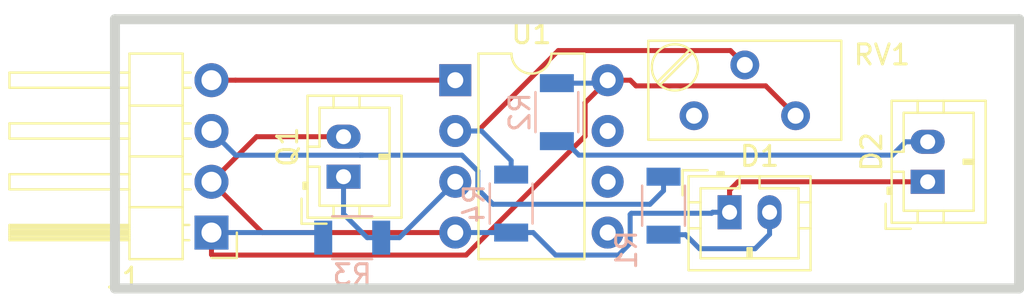
<source format=kicad_pcb>
(kicad_pcb (version 20171130) (host pcbnew "(5.1.5)-3")

  (general
    (thickness 1.6)
    (drawings 4)
    (tracks 69)
    (zones 0)
    (modules 10)
    (nets 10)
  )

  (page A4)
  (layers
    (0 F.Cu signal)
    (31 B.Cu signal)
    (32 B.Adhes user)
    (33 F.Adhes user)
    (34 B.Paste user)
    (35 F.Paste user)
    (36 B.SilkS user)
    (37 F.SilkS user)
    (38 B.Mask user)
    (39 F.Mask user)
    (40 Dwgs.User user)
    (41 Cmts.User user)
    (42 Eco1.User user)
    (43 Eco2.User user)
    (44 Edge.Cuts user)
    (45 Margin user)
    (46 B.CrtYd user)
    (47 F.CrtYd user)
    (48 B.Fab user)
    (49 F.Fab user)
  )

  (setup
    (last_trace_width 0.25)
    (trace_clearance 0.2)
    (zone_clearance 0.508)
    (zone_45_only no)
    (trace_min 0.2)
    (via_size 0.8)
    (via_drill 0.4)
    (via_min_size 0.4)
    (via_min_drill 0.3)
    (uvia_size 0.3)
    (uvia_drill 0.1)
    (uvias_allowed no)
    (uvia_min_size 0.2)
    (uvia_min_drill 0.1)
    (edge_width 0.05)
    (segment_width 0.2)
    (pcb_text_width 0.3)
    (pcb_text_size 1.5 1.5)
    (mod_edge_width 0.12)
    (mod_text_size 1 1)
    (mod_text_width 0.15)
    (pad_size 1.524 1.524)
    (pad_drill 0.762)
    (pad_to_mask_clearance 0.051)
    (solder_mask_min_width 0.25)
    (aux_axis_origin 0 0)
    (visible_elements FFFFFF7F)
    (pcbplotparams
      (layerselection 0x010fc_ffffffff)
      (usegerberextensions false)
      (usegerberattributes false)
      (usegerberadvancedattributes false)
      (creategerberjobfile false)
      (excludeedgelayer true)
      (linewidth 0.100000)
      (plotframeref false)
      (viasonmask false)
      (mode 1)
      (useauxorigin false)
      (hpglpennumber 1)
      (hpglpenspeed 20)
      (hpglpendiameter 15.000000)
      (psnegative false)
      (psa4output false)
      (plotreference true)
      (plotvalue true)
      (plotinvisibletext false)
      (padsonsilk false)
      (subtractmaskfromsilk false)
      (outputformat 1)
      (mirror false)
      (drillshape 1)
      (scaleselection 1)
      (outputdirectory ""))
  )

  (net 0 "")
  (net 1 "Net-(D1-Pad2)")
  (net 2 GND)
  (net 3 "Net-(D2-Pad2)")
  (net 4 "Net-(Q1-Pad1)")
  (net 5 +5P)
  (net 6 +5V)
  (net 7 "Net-(R4-Pad1)")
  (net 8 "Net-(RV1-Pad1)")
  (net 9 /V_out)

  (net_class Default "This is the default net class."
    (clearance 0.2)
    (trace_width 0.25)
    (via_dia 0.8)
    (via_drill 0.4)
    (uvia_dia 0.3)
    (uvia_drill 0.1)
    (add_net +5P)
    (add_net +5V)
    (add_net /V_out)
    (add_net GND)
    (add_net "Net-(D1-Pad2)")
    (add_net "Net-(D2-Pad2)")
    (add_net "Net-(Q1-Pad1)")
    (add_net "Net-(R4-Pad1)")
    (add_net "Net-(RV1-Pad1)")
  )

  (module Connectors_JST:JST_PH_B2B-PH-K_02x2.00mm_Straight (layer F.Cu) (tedit 58D3FE4F) (tstamp 5F9C59A3)
    (at 137.668 75.184)
    (descr "JST PH series connector, B2B-PH-K, top entry type, through hole, Datasheet: http://www.jst-mfg.com/product/pdf/eng/ePH.pdf")
    (tags "connector jst ph")
    (path /5F98AC3D)
    (fp_text reference D1 (at 1.5 -2.8) (layer F.SilkS)
      (effects (font (size 1 1) (thickness 0.15)))
    )
    (fp_text value LED (at 1 3.8) (layer F.Fab)
      (effects (font (size 1 1) (thickness 0.15)))
    )
    (fp_line (start -2.05 -1.8) (end -2.05 2.9) (layer F.SilkS) (width 0.12))
    (fp_line (start -2.05 2.9) (end 4.05 2.9) (layer F.SilkS) (width 0.12))
    (fp_line (start 4.05 2.9) (end 4.05 -1.8) (layer F.SilkS) (width 0.12))
    (fp_line (start 4.05 -1.8) (end -2.05 -1.8) (layer F.SilkS) (width 0.12))
    (fp_line (start 0.5 -1.8) (end 0.5 -1.2) (layer F.SilkS) (width 0.12))
    (fp_line (start 0.5 -1.2) (end -1.45 -1.2) (layer F.SilkS) (width 0.12))
    (fp_line (start -1.45 -1.2) (end -1.45 2.3) (layer F.SilkS) (width 0.12))
    (fp_line (start -1.45 2.3) (end 3.45 2.3) (layer F.SilkS) (width 0.12))
    (fp_line (start 3.45 2.3) (end 3.45 -1.2) (layer F.SilkS) (width 0.12))
    (fp_line (start 3.45 -1.2) (end 1.5 -1.2) (layer F.SilkS) (width 0.12))
    (fp_line (start 1.5 -1.2) (end 1.5 -1.8) (layer F.SilkS) (width 0.12))
    (fp_line (start -2.05 -0.5) (end -1.45 -0.5) (layer F.SilkS) (width 0.12))
    (fp_line (start -2.05 0.8) (end -1.45 0.8) (layer F.SilkS) (width 0.12))
    (fp_line (start 4.05 -0.5) (end 3.45 -0.5) (layer F.SilkS) (width 0.12))
    (fp_line (start 4.05 0.8) (end 3.45 0.8) (layer F.SilkS) (width 0.12))
    (fp_line (start -0.3 -1.8) (end -0.3 -2) (layer F.SilkS) (width 0.12))
    (fp_line (start -0.3 -2) (end -0.6 -2) (layer F.SilkS) (width 0.12))
    (fp_line (start -0.6 -2) (end -0.6 -1.8) (layer F.SilkS) (width 0.12))
    (fp_line (start -0.3 -1.9) (end -0.6 -1.9) (layer F.SilkS) (width 0.12))
    (fp_line (start 0.9 2.3) (end 0.9 1.8) (layer F.SilkS) (width 0.12))
    (fp_line (start 0.9 1.8) (end 1.1 1.8) (layer F.SilkS) (width 0.12))
    (fp_line (start 1.1 1.8) (end 1.1 2.3) (layer F.SilkS) (width 0.12))
    (fp_line (start 1 2.3) (end 1 1.8) (layer F.SilkS) (width 0.12))
    (fp_line (start -1.1 -2.1) (end -2.35 -2.1) (layer F.SilkS) (width 0.12))
    (fp_line (start -2.35 -2.1) (end -2.35 -0.85) (layer F.SilkS) (width 0.12))
    (fp_line (start -1.1 -2.1) (end -2.35 -2.1) (layer F.Fab) (width 0.1))
    (fp_line (start -2.35 -2.1) (end -2.35 -0.85) (layer F.Fab) (width 0.1))
    (fp_line (start -1.95 -1.7) (end -1.95 2.8) (layer F.Fab) (width 0.1))
    (fp_line (start -1.95 2.8) (end 3.95 2.8) (layer F.Fab) (width 0.1))
    (fp_line (start 3.95 2.8) (end 3.95 -1.7) (layer F.Fab) (width 0.1))
    (fp_line (start 3.95 -1.7) (end -1.95 -1.7) (layer F.Fab) (width 0.1))
    (fp_line (start -2.45 -2.2) (end -2.45 3.3) (layer F.CrtYd) (width 0.05))
    (fp_line (start -2.45 3.3) (end 4.45 3.3) (layer F.CrtYd) (width 0.05))
    (fp_line (start 4.45 3.3) (end 4.45 -2.2) (layer F.CrtYd) (width 0.05))
    (fp_line (start 4.45 -2.2) (end -2.45 -2.2) (layer F.CrtYd) (width 0.05))
    (fp_text user %R (at 1 1.5) (layer F.Fab)
      (effects (font (size 1 1) (thickness 0.15)))
    )
    (pad 1 thru_hole rect (at 0 0) (size 1.2 1.7) (drill 0.75) (layers *.Cu *.Mask)
      (net 2 GND))
    (pad 2 thru_hole oval (at 2 0) (size 1.2 1.7) (drill 0.75) (layers *.Cu *.Mask)
      (net 1 "Net-(D1-Pad2)"))
    (model ${KISYS3DMOD}/Connectors_JST.3dshapes/JST_PH_B2B-PH-K_02x2.00mm_Straight.wrl
      (at (xyz 0 0 0))
      (scale (xyz 1 1 1))
      (rotate (xyz 0 0 0))
    )
  )

  (module Connectors_JST:JST_PH_B2B-PH-K_02x2.00mm_Straight (layer F.Cu) (tedit 58D3FE4F) (tstamp 5F9C40AD)
    (at 147.574 73.66 90)
    (descr "JST PH series connector, B2B-PH-K, top entry type, through hole, Datasheet: http://www.jst-mfg.com/product/pdf/eng/ePH.pdf")
    (tags "connector jst ph")
    (path /5F989CCD)
    (fp_text reference D2 (at 1.5 -2.8 90) (layer F.SilkS)
      (effects (font (size 1 1) (thickness 0.15)))
    )
    (fp_text value CQY99 (at 1 3.8 90) (layer F.Fab)
      (effects (font (size 1 1) (thickness 0.15)))
    )
    (fp_line (start -2.05 -1.8) (end -2.05 2.9) (layer F.SilkS) (width 0.12))
    (fp_line (start -2.05 2.9) (end 4.05 2.9) (layer F.SilkS) (width 0.12))
    (fp_line (start 4.05 2.9) (end 4.05 -1.8) (layer F.SilkS) (width 0.12))
    (fp_line (start 4.05 -1.8) (end -2.05 -1.8) (layer F.SilkS) (width 0.12))
    (fp_line (start 0.5 -1.8) (end 0.5 -1.2) (layer F.SilkS) (width 0.12))
    (fp_line (start 0.5 -1.2) (end -1.45 -1.2) (layer F.SilkS) (width 0.12))
    (fp_line (start -1.45 -1.2) (end -1.45 2.3) (layer F.SilkS) (width 0.12))
    (fp_line (start -1.45 2.3) (end 3.45 2.3) (layer F.SilkS) (width 0.12))
    (fp_line (start 3.45 2.3) (end 3.45 -1.2) (layer F.SilkS) (width 0.12))
    (fp_line (start 3.45 -1.2) (end 1.5 -1.2) (layer F.SilkS) (width 0.12))
    (fp_line (start 1.5 -1.2) (end 1.5 -1.8) (layer F.SilkS) (width 0.12))
    (fp_line (start -2.05 -0.5) (end -1.45 -0.5) (layer F.SilkS) (width 0.12))
    (fp_line (start -2.05 0.8) (end -1.45 0.8) (layer F.SilkS) (width 0.12))
    (fp_line (start 4.05 -0.5) (end 3.45 -0.5) (layer F.SilkS) (width 0.12))
    (fp_line (start 4.05 0.8) (end 3.45 0.8) (layer F.SilkS) (width 0.12))
    (fp_line (start -0.3 -1.8) (end -0.3 -2) (layer F.SilkS) (width 0.12))
    (fp_line (start -0.3 -2) (end -0.6 -2) (layer F.SilkS) (width 0.12))
    (fp_line (start -0.6 -2) (end -0.6 -1.8) (layer F.SilkS) (width 0.12))
    (fp_line (start -0.3 -1.9) (end -0.6 -1.9) (layer F.SilkS) (width 0.12))
    (fp_line (start 0.9 2.3) (end 0.9 1.8) (layer F.SilkS) (width 0.12))
    (fp_line (start 0.9 1.8) (end 1.1 1.8) (layer F.SilkS) (width 0.12))
    (fp_line (start 1.1 1.8) (end 1.1 2.3) (layer F.SilkS) (width 0.12))
    (fp_line (start 1 2.3) (end 1 1.8) (layer F.SilkS) (width 0.12))
    (fp_line (start -1.1 -2.1) (end -2.35 -2.1) (layer F.SilkS) (width 0.12))
    (fp_line (start -2.35 -2.1) (end -2.35 -0.85) (layer F.SilkS) (width 0.12))
    (fp_line (start -1.1 -2.1) (end -2.35 -2.1) (layer F.Fab) (width 0.1))
    (fp_line (start -2.35 -2.1) (end -2.35 -0.85) (layer F.Fab) (width 0.1))
    (fp_line (start -1.95 -1.7) (end -1.95 2.8) (layer F.Fab) (width 0.1))
    (fp_line (start -1.95 2.8) (end 3.95 2.8) (layer F.Fab) (width 0.1))
    (fp_line (start 3.95 2.8) (end 3.95 -1.7) (layer F.Fab) (width 0.1))
    (fp_line (start 3.95 -1.7) (end -1.95 -1.7) (layer F.Fab) (width 0.1))
    (fp_line (start -2.45 -2.2) (end -2.45 3.3) (layer F.CrtYd) (width 0.05))
    (fp_line (start -2.45 3.3) (end 4.45 3.3) (layer F.CrtYd) (width 0.05))
    (fp_line (start 4.45 3.3) (end 4.45 -2.2) (layer F.CrtYd) (width 0.05))
    (fp_line (start 4.45 -2.2) (end -2.45 -2.2) (layer F.CrtYd) (width 0.05))
    (fp_text user %R (at 1 1.5 90) (layer F.Fab)
      (effects (font (size 1 1) (thickness 0.15)))
    )
    (pad 1 thru_hole rect (at 0 0 90) (size 1.2 1.7) (drill 0.75) (layers *.Cu *.Mask)
      (net 2 GND))
    (pad 2 thru_hole oval (at 2 0 90) (size 1.2 1.7) (drill 0.75) (layers *.Cu *.Mask)
      (net 3 "Net-(D2-Pad2)"))
    (model ${KISYS3DMOD}/Connectors_JST.3dshapes/JST_PH_B2B-PH-K_02x2.00mm_Straight.wrl
      (at (xyz 0 0 0))
      (scale (xyz 1 1 1))
      (rotate (xyz 0 0 0))
    )
  )

  (module Connectors_JST:JST_PH_B2B-PH-K_02x2.00mm_Straight (layer F.Cu) (tedit 58D3FE4F) (tstamp 5F9C42E8)
    (at 118.364 73.406 90)
    (descr "JST PH series connector, B2B-PH-K, top entry type, through hole, Datasheet: http://www.jst-mfg.com/product/pdf/eng/ePH.pdf")
    (tags "connector jst ph")
    (path /5F989323)
    (fp_text reference Q1 (at 1.5 -2.8 90) (layer F.SilkS)
      (effects (font (size 1 1) (thickness 0.15)))
    )
    (fp_text value BP103BF (at 1 3.8 90) (layer F.Fab)
      (effects (font (size 1 1) (thickness 0.15)))
    )
    (fp_text user %R (at 1 1.5 90) (layer F.Fab)
      (effects (font (size 1 1) (thickness 0.15)))
    )
    (fp_line (start 4.45 -2.2) (end -2.45 -2.2) (layer F.CrtYd) (width 0.05))
    (fp_line (start 4.45 3.3) (end 4.45 -2.2) (layer F.CrtYd) (width 0.05))
    (fp_line (start -2.45 3.3) (end 4.45 3.3) (layer F.CrtYd) (width 0.05))
    (fp_line (start -2.45 -2.2) (end -2.45 3.3) (layer F.CrtYd) (width 0.05))
    (fp_line (start 3.95 -1.7) (end -1.95 -1.7) (layer F.Fab) (width 0.1))
    (fp_line (start 3.95 2.8) (end 3.95 -1.7) (layer F.Fab) (width 0.1))
    (fp_line (start -1.95 2.8) (end 3.95 2.8) (layer F.Fab) (width 0.1))
    (fp_line (start -1.95 -1.7) (end -1.95 2.8) (layer F.Fab) (width 0.1))
    (fp_line (start -2.35 -2.1) (end -2.35 -0.85) (layer F.Fab) (width 0.1))
    (fp_line (start -1.1 -2.1) (end -2.35 -2.1) (layer F.Fab) (width 0.1))
    (fp_line (start -2.35 -2.1) (end -2.35 -0.85) (layer F.SilkS) (width 0.12))
    (fp_line (start -1.1 -2.1) (end -2.35 -2.1) (layer F.SilkS) (width 0.12))
    (fp_line (start 1 2.3) (end 1 1.8) (layer F.SilkS) (width 0.12))
    (fp_line (start 1.1 1.8) (end 1.1 2.3) (layer F.SilkS) (width 0.12))
    (fp_line (start 0.9 1.8) (end 1.1 1.8) (layer F.SilkS) (width 0.12))
    (fp_line (start 0.9 2.3) (end 0.9 1.8) (layer F.SilkS) (width 0.12))
    (fp_line (start -0.3 -1.9) (end -0.6 -1.9) (layer F.SilkS) (width 0.12))
    (fp_line (start -0.6 -2) (end -0.6 -1.8) (layer F.SilkS) (width 0.12))
    (fp_line (start -0.3 -2) (end -0.6 -2) (layer F.SilkS) (width 0.12))
    (fp_line (start -0.3 -1.8) (end -0.3 -2) (layer F.SilkS) (width 0.12))
    (fp_line (start 4.05 0.8) (end 3.45 0.8) (layer F.SilkS) (width 0.12))
    (fp_line (start 4.05 -0.5) (end 3.45 -0.5) (layer F.SilkS) (width 0.12))
    (fp_line (start -2.05 0.8) (end -1.45 0.8) (layer F.SilkS) (width 0.12))
    (fp_line (start -2.05 -0.5) (end -1.45 -0.5) (layer F.SilkS) (width 0.12))
    (fp_line (start 1.5 -1.2) (end 1.5 -1.8) (layer F.SilkS) (width 0.12))
    (fp_line (start 3.45 -1.2) (end 1.5 -1.2) (layer F.SilkS) (width 0.12))
    (fp_line (start 3.45 2.3) (end 3.45 -1.2) (layer F.SilkS) (width 0.12))
    (fp_line (start -1.45 2.3) (end 3.45 2.3) (layer F.SilkS) (width 0.12))
    (fp_line (start -1.45 -1.2) (end -1.45 2.3) (layer F.SilkS) (width 0.12))
    (fp_line (start 0.5 -1.2) (end -1.45 -1.2) (layer F.SilkS) (width 0.12))
    (fp_line (start 0.5 -1.8) (end 0.5 -1.2) (layer F.SilkS) (width 0.12))
    (fp_line (start 4.05 -1.8) (end -2.05 -1.8) (layer F.SilkS) (width 0.12))
    (fp_line (start 4.05 2.9) (end 4.05 -1.8) (layer F.SilkS) (width 0.12))
    (fp_line (start -2.05 2.9) (end 4.05 2.9) (layer F.SilkS) (width 0.12))
    (fp_line (start -2.05 -1.8) (end -2.05 2.9) (layer F.SilkS) (width 0.12))
    (pad 2 thru_hole oval (at 2 0 90) (size 1.2 1.7) (drill 0.75) (layers *.Cu *.Mask)
      (net 2 GND))
    (pad 1 thru_hole rect (at 0 0 90) (size 1.2 1.7) (drill 0.75) (layers *.Cu *.Mask)
      (net 4 "Net-(Q1-Pad1)"))
    (model ${KISYS3DMOD}/Connectors_JST.3dshapes/JST_PH_B2B-PH-K_02x2.00mm_Straight.wrl
      (at (xyz 0 0 0))
      (scale (xyz 1 1 1))
      (rotate (xyz 0 0 0))
    )
  )

  (module Resistors_SMD:R_1206 (layer B.Cu) (tedit 58E0A804) (tstamp 5F9C5358)
    (at 134.366 74.856 270)
    (descr "Resistor SMD 1206, reflow soldering, Vishay (see dcrcw.pdf)")
    (tags "resistor 1206")
    (path /5F98A8A8)
    (attr smd)
    (fp_text reference R1 (at 2.212 1.85 90) (layer B.SilkS)
      (effects (font (size 1 1) (thickness 0.15)) (justify mirror))
    )
    (fp_text value R (at 0 -1.95 90) (layer B.Fab)
      (effects (font (size 1 1) (thickness 0.15)) (justify mirror))
    )
    (fp_text user %R (at 0 0) (layer B.Fab)
      (effects (font (size 0.7 0.7) (thickness 0.105)) (justify mirror))
    )
    (fp_line (start -1.6 -0.8) (end -1.6 0.8) (layer B.Fab) (width 0.1))
    (fp_line (start 1.6 -0.8) (end -1.6 -0.8) (layer B.Fab) (width 0.1))
    (fp_line (start 1.6 0.8) (end 1.6 -0.8) (layer B.Fab) (width 0.1))
    (fp_line (start -1.6 0.8) (end 1.6 0.8) (layer B.Fab) (width 0.1))
    (fp_line (start 1 -1.07) (end -1 -1.07) (layer B.SilkS) (width 0.12))
    (fp_line (start -1 1.07) (end 1 1.07) (layer B.SilkS) (width 0.12))
    (fp_line (start -2.15 1.11) (end 2.15 1.11) (layer B.CrtYd) (width 0.05))
    (fp_line (start -2.15 1.11) (end -2.15 -1.1) (layer B.CrtYd) (width 0.05))
    (fp_line (start 2.15 -1.1) (end 2.15 1.11) (layer B.CrtYd) (width 0.05))
    (fp_line (start 2.15 -1.1) (end -2.15 -1.1) (layer B.CrtYd) (width 0.05))
    (pad 1 smd rect (at -1.45 0 270) (size 0.9 1.7) (layers B.Cu B.Paste B.Mask)
      (net 5 +5P))
    (pad 2 smd rect (at 1.45 0 270) (size 0.9 1.7) (layers B.Cu B.Paste B.Mask)
      (net 1 "Net-(D1-Pad2)"))
    (model ${KISYS3DMOD}/Resistors_SMD.3dshapes/R_1206.wrl
      (at (xyz 0 0 0))
      (scale (xyz 1 1 1))
      (rotate (xyz 0 0 0))
    )
  )

  (module Resistors_SMD:R_1206 (layer B.Cu) (tedit 58E0A804) (tstamp 5F9C51FF)
    (at 129.032 70.178 270)
    (descr "Resistor SMD 1206, reflow soldering, Vishay (see dcrcw.pdf)")
    (tags "resistor 1206")
    (path /5F9899CC)
    (attr smd)
    (fp_text reference R2 (at 0 1.85 270) (layer B.SilkS)
      (effects (font (size 1 1) (thickness 0.15)) (justify mirror))
    )
    (fp_text value R (at 0 -1.95 270) (layer B.Fab)
      (effects (font (size 1 1) (thickness 0.15)) (justify mirror))
    )
    (fp_line (start 2.15 -1.1) (end -2.15 -1.1) (layer B.CrtYd) (width 0.05))
    (fp_line (start 2.15 -1.1) (end 2.15 1.11) (layer B.CrtYd) (width 0.05))
    (fp_line (start -2.15 1.11) (end -2.15 -1.1) (layer B.CrtYd) (width 0.05))
    (fp_line (start -2.15 1.11) (end 2.15 1.11) (layer B.CrtYd) (width 0.05))
    (fp_line (start -1 1.07) (end 1 1.07) (layer B.SilkS) (width 0.12))
    (fp_line (start 1 -1.07) (end -1 -1.07) (layer B.SilkS) (width 0.12))
    (fp_line (start -1.6 0.8) (end 1.6 0.8) (layer B.Fab) (width 0.1))
    (fp_line (start 1.6 0.8) (end 1.6 -0.8) (layer B.Fab) (width 0.1))
    (fp_line (start 1.6 -0.8) (end -1.6 -0.8) (layer B.Fab) (width 0.1))
    (fp_line (start -1.6 -0.8) (end -1.6 0.8) (layer B.Fab) (width 0.1))
    (fp_text user %R (at 0 0 270) (layer B.Fab)
      (effects (font (size 0.7 0.7) (thickness 0.105)) (justify mirror))
    )
    (pad 2 smd rect (at 1.45 0 270) (size 0.9 1.7) (layers B.Cu B.Paste B.Mask)
      (net 3 "Net-(D2-Pad2)"))
    (pad 1 smd rect (at -1.45 0 270) (size 0.9 1.7) (layers B.Cu B.Paste B.Mask)
      (net 6 +5V))
    (model ${KISYS3DMOD}/Resistors_SMD.3dshapes/R_1206.wrl
      (at (xyz 0 0 0))
      (scale (xyz 1 1 1))
      (rotate (xyz 0 0 0))
    )
  )

  (module Resistors_SMD:R_1206 (layer B.Cu) (tedit 58E0A804) (tstamp 5F9C5DFB)
    (at 118.798 76.454)
    (descr "Resistor SMD 1206, reflow soldering, Vishay (see dcrcw.pdf)")
    (tags "resistor 1206")
    (path /5F988D9D)
    (attr smd)
    (fp_text reference R3 (at 0 1.85 180) (layer B.SilkS)
      (effects (font (size 1 1) (thickness 0.15)) (justify mirror))
    )
    (fp_text value R (at 0 -1.95 180) (layer B.Fab)
      (effects (font (size 1 1) (thickness 0.15)) (justify mirror))
    )
    (fp_text user %R (at 0 0 180) (layer B.Fab)
      (effects (font (size 0.7 0.7) (thickness 0.105)) (justify mirror))
    )
    (fp_line (start -1.6 -0.8) (end -1.6 0.8) (layer B.Fab) (width 0.1))
    (fp_line (start 1.6 -0.8) (end -1.6 -0.8) (layer B.Fab) (width 0.1))
    (fp_line (start 1.6 0.8) (end 1.6 -0.8) (layer B.Fab) (width 0.1))
    (fp_line (start -1.6 0.8) (end 1.6 0.8) (layer B.Fab) (width 0.1))
    (fp_line (start 1 -1.07) (end -1 -1.07) (layer B.SilkS) (width 0.12))
    (fp_line (start -1 1.07) (end 1 1.07) (layer B.SilkS) (width 0.12))
    (fp_line (start -2.15 1.11) (end 2.15 1.11) (layer B.CrtYd) (width 0.05))
    (fp_line (start -2.15 1.11) (end -2.15 -1.1) (layer B.CrtYd) (width 0.05))
    (fp_line (start 2.15 -1.1) (end 2.15 1.11) (layer B.CrtYd) (width 0.05))
    (fp_line (start 2.15 -1.1) (end -2.15 -1.1) (layer B.CrtYd) (width 0.05))
    (pad 1 smd rect (at -1.45 0) (size 0.9 1.7) (layers B.Cu B.Paste B.Mask)
      (net 6 +5V))
    (pad 2 smd rect (at 1.45 0) (size 0.9 1.7) (layers B.Cu B.Paste B.Mask)
      (net 4 "Net-(Q1-Pad1)"))
    (model ${KISYS3DMOD}/Resistors_SMD.3dshapes/R_1206.wrl
      (at (xyz 0 0 0))
      (scale (xyz 1 1 1))
      (rotate (xyz 0 0 0))
    )
  )

  (module Resistors_SMD:R_1206 (layer B.Cu) (tedit 58E0A804) (tstamp 5F9C4ACD)
    (at 126.746 74.75 270)
    (descr "Resistor SMD 1206, reflow soldering, Vishay (see dcrcw.pdf)")
    (tags "resistor 1206")
    (path /5F988A39)
    (attr smd)
    (fp_text reference R4 (at 0 1.85 270) (layer B.SilkS)
      (effects (font (size 1 1) (thickness 0.15)) (justify mirror))
    )
    (fp_text value R (at 0 -1.95 270) (layer B.Fab)
      (effects (font (size 1 1) (thickness 0.15)) (justify mirror))
    )
    (fp_line (start 2.15 -1.1) (end -2.15 -1.1) (layer B.CrtYd) (width 0.05))
    (fp_line (start 2.15 -1.1) (end 2.15 1.11) (layer B.CrtYd) (width 0.05))
    (fp_line (start -2.15 1.11) (end -2.15 -1.1) (layer B.CrtYd) (width 0.05))
    (fp_line (start -2.15 1.11) (end 2.15 1.11) (layer B.CrtYd) (width 0.05))
    (fp_line (start -1 1.07) (end 1 1.07) (layer B.SilkS) (width 0.12))
    (fp_line (start 1 -1.07) (end -1 -1.07) (layer B.SilkS) (width 0.12))
    (fp_line (start -1.6 0.8) (end 1.6 0.8) (layer B.Fab) (width 0.1))
    (fp_line (start 1.6 0.8) (end 1.6 -0.8) (layer B.Fab) (width 0.1))
    (fp_line (start 1.6 -0.8) (end -1.6 -0.8) (layer B.Fab) (width 0.1))
    (fp_line (start -1.6 -0.8) (end -1.6 0.8) (layer B.Fab) (width 0.1))
    (fp_text user %R (at 0 0 270) (layer B.Fab)
      (effects (font (size 0.7 0.7) (thickness 0.105)) (justify mirror))
    )
    (pad 2 smd rect (at 1.45 0 270) (size 0.9 1.7) (layers B.Cu B.Paste B.Mask)
      (net 2 GND))
    (pad 1 smd rect (at -1.45 0 270) (size 0.9 1.7) (layers B.Cu B.Paste B.Mask)
      (net 7 "Net-(R4-Pad1)"))
    (model ${KISYS3DMOD}/Resistors_SMD.3dshapes/R_1206.wrl
      (at (xyz 0 0 0))
      (scale (xyz 1 1 1))
      (rotate (xyz 0 0 0))
    )
  )

  (module Potentiometers:Potentiometer_Trimmer_Bourns_3296Y (layer F.Cu) (tedit 58826EFB) (tstamp 5F9C32B3)
    (at 135.89 70.358 180)
    (descr "Spindle Trimmer Potentiometer, Bourns 3296Y, https://www.bourns.com/pdfs/3296.pdf")
    (tags "Spindle Trimmer Potentiometer   Bourns 3296Y")
    (path /5F9886A7)
    (fp_text reference RV1 (at -9.398 3.048) (layer F.SilkS)
      (effects (font (size 1 1) (thickness 0.15)))
    )
    (fp_text value R_POT (at -2.54 4.94) (layer F.Fab)
      (effects (font (size 1 1) (thickness 0.15)))
    )
    (fp_line (start 2.5 -1.4) (end -7.6 -1.4) (layer F.CrtYd) (width 0.05))
    (fp_line (start 2.5 3.95) (end 2.5 -1.4) (layer F.CrtYd) (width 0.05))
    (fp_line (start -7.6 3.95) (end 2.5 3.95) (layer F.CrtYd) (width 0.05))
    (fp_line (start -7.6 -1.4) (end -7.6 3.95) (layer F.CrtYd) (width 0.05))
    (fp_line (start 1.691 1.545) (end 0.079 3.155) (layer F.SilkS) (width 0.12))
    (fp_line (start 1.831 1.686) (end 0.22 3.296) (layer F.SilkS) (width 0.12))
    (fp_line (start 2.285 -1.2) (end 2.285 3.751) (layer F.SilkS) (width 0.12))
    (fp_line (start -7.365 -1.2) (end -7.365 3.751) (layer F.SilkS) (width 0.12))
    (fp_line (start -7.365 3.751) (end 2.285 3.751) (layer F.SilkS) (width 0.12))
    (fp_line (start -7.365 -1.2) (end 2.285 -1.2) (layer F.SilkS) (width 0.12))
    (fp_line (start 1.652 1.59) (end 0.125 3.117) (layer F.Fab) (width 0.1))
    (fp_line (start 1.786 1.724) (end 0.259 3.251) (layer F.Fab) (width 0.1))
    (fp_line (start 2.225 -1.14) (end -7.305 -1.14) (layer F.Fab) (width 0.1))
    (fp_line (start 2.225 3.69) (end 2.225 -1.14) (layer F.Fab) (width 0.1))
    (fp_line (start -7.305 3.69) (end 2.225 3.69) (layer F.Fab) (width 0.1))
    (fp_line (start -7.305 -1.14) (end -7.305 3.69) (layer F.Fab) (width 0.1))
    (fp_circle (center 0.955 2.42) (end 2.11 2.42) (layer F.SilkS) (width 0.12))
    (fp_circle (center 0.955 2.42) (end 2.05 2.42) (layer F.Fab) (width 0.1))
    (pad 3 thru_hole circle (at -5.08 0 180) (size 1.44 1.44) (drill 0.8) (layers *.Cu *.Mask)
      (net 6 +5V))
    (pad 2 thru_hole circle (at -2.54 2.54 180) (size 1.44 1.44) (drill 0.8) (layers *.Cu *.Mask)
      (net 7 "Net-(R4-Pad1)"))
    (pad 1 thru_hole circle (at 0 0 180) (size 1.44 1.44) (drill 0.8) (layers *.Cu *.Mask)
      (net 8 "Net-(RV1-Pad1)"))
    (model Potentiometers.3dshapes/Potentiometer_Trimmer_Bourns_3296Y.wrl
      (at (xyz 0 0 0))
      (scale (xyz 1 1 1))
      (rotate (xyz 0 0 -90))
    )
  )

  (module Housings_DIP:DIP-8_W7.62mm (layer F.Cu) (tedit 59C78D6B) (tstamp 5F9C5C15)
    (at 123.952 68.58)
    (descr "8-lead though-hole mounted DIP package, row spacing 7.62 mm (300 mils)")
    (tags "THT DIP DIL PDIP 2.54mm 7.62mm 300mil")
    (path /5F987A42)
    (fp_text reference U1 (at 3.81 -2.33) (layer F.SilkS)
      (effects (font (size 1 1) (thickness 0.15)))
    )
    (fp_text value LM2904 (at 3.81 9.95) (layer F.Fab)
      (effects (font (size 1 1) (thickness 0.15)))
    )
    (fp_text user %R (at 3.81 3.81) (layer F.Fab)
      (effects (font (size 1 1) (thickness 0.15)))
    )
    (fp_line (start 8.7 -1.55) (end -1.1 -1.55) (layer F.CrtYd) (width 0.05))
    (fp_line (start 8.7 9.15) (end 8.7 -1.55) (layer F.CrtYd) (width 0.05))
    (fp_line (start -1.1 9.15) (end 8.7 9.15) (layer F.CrtYd) (width 0.05))
    (fp_line (start -1.1 -1.55) (end -1.1 9.15) (layer F.CrtYd) (width 0.05))
    (fp_line (start 6.46 -1.33) (end 4.81 -1.33) (layer F.SilkS) (width 0.12))
    (fp_line (start 6.46 8.95) (end 6.46 -1.33) (layer F.SilkS) (width 0.12))
    (fp_line (start 1.16 8.95) (end 6.46 8.95) (layer F.SilkS) (width 0.12))
    (fp_line (start 1.16 -1.33) (end 1.16 8.95) (layer F.SilkS) (width 0.12))
    (fp_line (start 2.81 -1.33) (end 1.16 -1.33) (layer F.SilkS) (width 0.12))
    (fp_line (start 0.635 -0.27) (end 1.635 -1.27) (layer F.Fab) (width 0.1))
    (fp_line (start 0.635 8.89) (end 0.635 -0.27) (layer F.Fab) (width 0.1))
    (fp_line (start 6.985 8.89) (end 0.635 8.89) (layer F.Fab) (width 0.1))
    (fp_line (start 6.985 -1.27) (end 6.985 8.89) (layer F.Fab) (width 0.1))
    (fp_line (start 1.635 -1.27) (end 6.985 -1.27) (layer F.Fab) (width 0.1))
    (fp_arc (start 3.81 -1.33) (end 2.81 -1.33) (angle -180) (layer F.SilkS) (width 0.12))
    (pad 8 thru_hole oval (at 7.62 0) (size 1.6 1.6) (drill 0.8) (layers *.Cu *.Mask)
      (net 6 +5V))
    (pad 4 thru_hole oval (at 0 7.62) (size 1.6 1.6) (drill 0.8) (layers *.Cu *.Mask)
      (net 2 GND))
    (pad 7 thru_hole oval (at 7.62 2.54) (size 1.6 1.6) (drill 0.8) (layers *.Cu *.Mask))
    (pad 3 thru_hole oval (at 0 5.08) (size 1.6 1.6) (drill 0.8) (layers *.Cu *.Mask)
      (net 4 "Net-(Q1-Pad1)"))
    (pad 6 thru_hole oval (at 7.62 5.08) (size 1.6 1.6) (drill 0.8) (layers *.Cu *.Mask))
    (pad 2 thru_hole oval (at 0 2.54) (size 1.6 1.6) (drill 0.8) (layers *.Cu *.Mask)
      (net 7 "Net-(R4-Pad1)"))
    (pad 5 thru_hole oval (at 7.62 7.62) (size 1.6 1.6) (drill 0.8) (layers *.Cu *.Mask))
    (pad 1 thru_hole rect (at 0 0) (size 1.6 1.6) (drill 0.8) (layers *.Cu *.Mask)
      (net 9 /V_out))
    (model ${KISYS3DMOD}/Housings_DIP.3dshapes/DIP-8_W7.62mm.wrl
      (at (xyz 0 0 0))
      (scale (xyz 1 1 1))
      (rotate (xyz 0 0 0))
    )
  )

  (module Pin_Headers:Pin_Header_Angled_1x04_Pitch2.54mm (layer F.Cu) (tedit 59650532) (tstamp 5F9C3C90)
    (at 111.76 76.2 180)
    (descr "Through hole angled pin header, 1x04, 2.54mm pitch, 6mm pin length, single row")
    (tags "Through hole angled pin header THT 1x04 2.54mm single row")
    (path /5F999A17)
    (fp_text reference J1 (at 4.385 -2.27) (layer F.SilkS)
      (effects (font (size 1 1) (thickness 0.15)))
    )
    (fp_text value Conn_01x04 (at 4.385 9.89) (layer F.Fab)
      (effects (font (size 1 1) (thickness 0.15)))
    )
    (fp_text user %R (at 2.77 3.81 90) (layer F.Fab)
      (effects (font (size 1 1) (thickness 0.15)))
    )
    (fp_line (start 10.55 -1.8) (end -1.8 -1.8) (layer F.CrtYd) (width 0.05))
    (fp_line (start 10.55 9.4) (end 10.55 -1.8) (layer F.CrtYd) (width 0.05))
    (fp_line (start -1.8 9.4) (end 10.55 9.4) (layer F.CrtYd) (width 0.05))
    (fp_line (start -1.8 -1.8) (end -1.8 9.4) (layer F.CrtYd) (width 0.05))
    (fp_line (start -1.27 -1.27) (end 0 -1.27) (layer F.SilkS) (width 0.12))
    (fp_line (start -1.27 0) (end -1.27 -1.27) (layer F.SilkS) (width 0.12))
    (fp_line (start 1.042929 8) (end 1.44 8) (layer F.SilkS) (width 0.12))
    (fp_line (start 1.042929 7.24) (end 1.44 7.24) (layer F.SilkS) (width 0.12))
    (fp_line (start 10.1 8) (end 4.1 8) (layer F.SilkS) (width 0.12))
    (fp_line (start 10.1 7.24) (end 10.1 8) (layer F.SilkS) (width 0.12))
    (fp_line (start 4.1 7.24) (end 10.1 7.24) (layer F.SilkS) (width 0.12))
    (fp_line (start 1.44 6.35) (end 4.1 6.35) (layer F.SilkS) (width 0.12))
    (fp_line (start 1.042929 5.46) (end 1.44 5.46) (layer F.SilkS) (width 0.12))
    (fp_line (start 1.042929 4.7) (end 1.44 4.7) (layer F.SilkS) (width 0.12))
    (fp_line (start 10.1 5.46) (end 4.1 5.46) (layer F.SilkS) (width 0.12))
    (fp_line (start 10.1 4.7) (end 10.1 5.46) (layer F.SilkS) (width 0.12))
    (fp_line (start 4.1 4.7) (end 10.1 4.7) (layer F.SilkS) (width 0.12))
    (fp_line (start 1.44 3.81) (end 4.1 3.81) (layer F.SilkS) (width 0.12))
    (fp_line (start 1.042929 2.92) (end 1.44 2.92) (layer F.SilkS) (width 0.12))
    (fp_line (start 1.042929 2.16) (end 1.44 2.16) (layer F.SilkS) (width 0.12))
    (fp_line (start 10.1 2.92) (end 4.1 2.92) (layer F.SilkS) (width 0.12))
    (fp_line (start 10.1 2.16) (end 10.1 2.92) (layer F.SilkS) (width 0.12))
    (fp_line (start 4.1 2.16) (end 10.1 2.16) (layer F.SilkS) (width 0.12))
    (fp_line (start 1.44 1.27) (end 4.1 1.27) (layer F.SilkS) (width 0.12))
    (fp_line (start 1.11 0.38) (end 1.44 0.38) (layer F.SilkS) (width 0.12))
    (fp_line (start 1.11 -0.38) (end 1.44 -0.38) (layer F.SilkS) (width 0.12))
    (fp_line (start 4.1 0.28) (end 10.1 0.28) (layer F.SilkS) (width 0.12))
    (fp_line (start 4.1 0.16) (end 10.1 0.16) (layer F.SilkS) (width 0.12))
    (fp_line (start 4.1 0.04) (end 10.1 0.04) (layer F.SilkS) (width 0.12))
    (fp_line (start 4.1 -0.08) (end 10.1 -0.08) (layer F.SilkS) (width 0.12))
    (fp_line (start 4.1 -0.2) (end 10.1 -0.2) (layer F.SilkS) (width 0.12))
    (fp_line (start 4.1 -0.32) (end 10.1 -0.32) (layer F.SilkS) (width 0.12))
    (fp_line (start 10.1 0.38) (end 4.1 0.38) (layer F.SilkS) (width 0.12))
    (fp_line (start 10.1 -0.38) (end 10.1 0.38) (layer F.SilkS) (width 0.12))
    (fp_line (start 4.1 -0.38) (end 10.1 -0.38) (layer F.SilkS) (width 0.12))
    (fp_line (start 4.1 -1.33) (end 1.44 -1.33) (layer F.SilkS) (width 0.12))
    (fp_line (start 4.1 8.95) (end 4.1 -1.33) (layer F.SilkS) (width 0.12))
    (fp_line (start 1.44 8.95) (end 4.1 8.95) (layer F.SilkS) (width 0.12))
    (fp_line (start 1.44 -1.33) (end 1.44 8.95) (layer F.SilkS) (width 0.12))
    (fp_line (start 4.04 7.94) (end 10.04 7.94) (layer F.Fab) (width 0.1))
    (fp_line (start 10.04 7.3) (end 10.04 7.94) (layer F.Fab) (width 0.1))
    (fp_line (start 4.04 7.3) (end 10.04 7.3) (layer F.Fab) (width 0.1))
    (fp_line (start -0.32 7.94) (end 1.5 7.94) (layer F.Fab) (width 0.1))
    (fp_line (start -0.32 7.3) (end -0.32 7.94) (layer F.Fab) (width 0.1))
    (fp_line (start -0.32 7.3) (end 1.5 7.3) (layer F.Fab) (width 0.1))
    (fp_line (start 4.04 5.4) (end 10.04 5.4) (layer F.Fab) (width 0.1))
    (fp_line (start 10.04 4.76) (end 10.04 5.4) (layer F.Fab) (width 0.1))
    (fp_line (start 4.04 4.76) (end 10.04 4.76) (layer F.Fab) (width 0.1))
    (fp_line (start -0.32 5.4) (end 1.5 5.4) (layer F.Fab) (width 0.1))
    (fp_line (start -0.32 4.76) (end -0.32 5.4) (layer F.Fab) (width 0.1))
    (fp_line (start -0.32 4.76) (end 1.5 4.76) (layer F.Fab) (width 0.1))
    (fp_line (start 4.04 2.86) (end 10.04 2.86) (layer F.Fab) (width 0.1))
    (fp_line (start 10.04 2.22) (end 10.04 2.86) (layer F.Fab) (width 0.1))
    (fp_line (start 4.04 2.22) (end 10.04 2.22) (layer F.Fab) (width 0.1))
    (fp_line (start -0.32 2.86) (end 1.5 2.86) (layer F.Fab) (width 0.1))
    (fp_line (start -0.32 2.22) (end -0.32 2.86) (layer F.Fab) (width 0.1))
    (fp_line (start -0.32 2.22) (end 1.5 2.22) (layer F.Fab) (width 0.1))
    (fp_line (start 4.04 0.32) (end 10.04 0.32) (layer F.Fab) (width 0.1))
    (fp_line (start 10.04 -0.32) (end 10.04 0.32) (layer F.Fab) (width 0.1))
    (fp_line (start 4.04 -0.32) (end 10.04 -0.32) (layer F.Fab) (width 0.1))
    (fp_line (start -0.32 0.32) (end 1.5 0.32) (layer F.Fab) (width 0.1))
    (fp_line (start -0.32 -0.32) (end -0.32 0.32) (layer F.Fab) (width 0.1))
    (fp_line (start -0.32 -0.32) (end 1.5 -0.32) (layer F.Fab) (width 0.1))
    (fp_line (start 1.5 -0.635) (end 2.135 -1.27) (layer F.Fab) (width 0.1))
    (fp_line (start 1.5 8.89) (end 1.5 -0.635) (layer F.Fab) (width 0.1))
    (fp_line (start 4.04 8.89) (end 1.5 8.89) (layer F.Fab) (width 0.1))
    (fp_line (start 4.04 -1.27) (end 4.04 8.89) (layer F.Fab) (width 0.1))
    (fp_line (start 2.135 -1.27) (end 4.04 -1.27) (layer F.Fab) (width 0.1))
    (pad 4 thru_hole oval (at 0 7.62 180) (size 1.7 1.7) (drill 1) (layers *.Cu *.Mask)
      (net 9 /V_out))
    (pad 3 thru_hole oval (at 0 5.08 180) (size 1.7 1.7) (drill 1) (layers *.Cu *.Mask)
      (net 5 +5P))
    (pad 2 thru_hole oval (at 0 2.54 180) (size 1.7 1.7) (drill 1) (layers *.Cu *.Mask)
      (net 2 GND))
    (pad 1 thru_hole rect (at 0 0 180) (size 1.7 1.7) (drill 1) (layers *.Cu *.Mask)
      (net 6 +5V))
    (model ${KISYS3DMOD}/Pin_Headers.3dshapes/Pin_Header_Angled_1x04_Pitch2.54mm.wrl
      (at (xyz 0 0 0))
      (scale (xyz 1 1 1))
      (rotate (xyz 0 0 0))
    )
  )

  (gr_line (start 106.934 78.994) (end 106.934 65.532) (layer Edge.Cuts) (width 0.5))
  (gr_line (start 152.146 78.994) (end 106.934 78.994) (layer Edge.Cuts) (width 0.5))
  (gr_line (start 152.146 65.532) (end 152.146 78.994) (layer Edge.Cuts) (width 0.5))
  (gr_line (start 106.934 65.532) (end 152.146 65.532) (layer Edge.Cuts) (width 0.5))

  (segment (start 135.466 76.306) (end 134.366 76.306) (width 0.25) (layer B.Cu) (net 1))
  (segment (start 136.166 77.006) (end 135.466 76.306) (width 0.25) (layer B.Cu) (net 1))
  (segment (start 138.946 77.006) (end 136.166 77.006) (width 0.25) (layer B.Cu) (net 1))
  (segment (start 139.668 76.284) (end 138.946 77.006) (width 0.25) (layer B.Cu) (net 1))
  (segment (start 139.668 75.184) (end 139.668 76.284) (width 0.25) (layer B.Cu) (net 1))
  (segment (start 138.092 73.66) (end 146.474 73.66) (width 0.25) (layer F.Cu) (net 2))
  (segment (start 146.474 73.66) (end 147.574 73.66) (width 0.25) (layer F.Cu) (net 2))
  (segment (start 137.668 74.084) (end 138.092 73.66) (width 0.25) (layer F.Cu) (net 2))
  (segment (start 137.668 75.184) (end 137.668 74.084) (width 0.25) (layer F.Cu) (net 2))
  (segment (start 123.952 76.2) (end 126.746 76.2) (width 0.25) (layer B.Cu) (net 2))
  (segment (start 114.3 76.2) (end 123.952 76.2) (width 0.25) (layer F.Cu) (net 2))
  (segment (start 111.76 73.66) (end 114.3 76.2) (width 0.25) (layer F.Cu) (net 2))
  (segment (start 114.014 71.406) (end 118.364 71.406) (width 0.25) (layer F.Cu) (net 2))
  (segment (start 111.76 73.66) (end 114.014 71.406) (width 0.25) (layer F.Cu) (net 2))
  (segment (start 136.818 75.184) (end 137.668 75.184) (width 0.25) (layer B.Cu) (net 2))
  (segment (start 132.697001 75.293001) (end 132.754991 75.235011) (width 0.25) (layer B.Cu) (net 2))
  (segment (start 136.766989 75.235011) (end 136.818 75.184) (width 0.25) (layer B.Cu) (net 2))
  (segment (start 132.697001 76.740001) (end 132.697001 75.293001) (width 0.25) (layer B.Cu) (net 2))
  (segment (start 132.112001 77.325001) (end 132.697001 76.740001) (width 0.25) (layer B.Cu) (net 2))
  (segment (start 132.754991 75.235011) (end 136.766989 75.235011) (width 0.25) (layer B.Cu) (net 2))
  (segment (start 128.971001 77.325001) (end 132.112001 77.325001) (width 0.25) (layer B.Cu) (net 2))
  (segment (start 127.846 76.2) (end 128.971001 77.325001) (width 0.25) (layer B.Cu) (net 2))
  (segment (start 126.746 76.2) (end 127.846 76.2) (width 0.25) (layer B.Cu) (net 2))
  (segment (start 146.474 71.66) (end 147.574 71.66) (width 0.25) (layer B.Cu) (net 3))
  (segment (start 145.806 72.328) (end 146.474 71.66) (width 0.25) (layer B.Cu) (net 3))
  (segment (start 129.432 71.628) (end 130.132 72.328) (width 0.25) (layer B.Cu) (net 3))
  (segment (start 130.132 72.328) (end 145.806 72.328) (width 0.25) (layer B.Cu) (net 3))
  (segment (start 129.032 71.628) (end 129.432 71.628) (width 0.25) (layer B.Cu) (net 3))
  (segment (start 119.548 76.454) (end 120.248 76.454) (width 0.25) (layer B.Cu) (net 4))
  (segment (start 118.364 75.27) (end 119.548 76.454) (width 0.25) (layer B.Cu) (net 4))
  (segment (start 118.364 73.406) (end 118.364 75.27) (width 0.25) (layer B.Cu) (net 4))
  (segment (start 121.158 76.454) (end 123.952 73.66) (width 0.25) (layer B.Cu) (net 4))
  (segment (start 120.248 76.454) (end 121.158 76.454) (width 0.25) (layer B.Cu) (net 4))
  (segment (start 112.97101 72.33101) (end 112.609999 71.969999) (width 0.25) (layer B.Cu) (net 5))
  (segment (start 112.609999 71.969999) (end 111.76 71.12) (width 0.25) (layer B.Cu) (net 5))
  (segment (start 134.366 74.106) (end 133.686999 74.785001) (width 0.25) (layer B.Cu) (net 5))
  (segment (start 134.366 73.406) (end 134.366 74.106) (width 0.25) (layer B.Cu) (net 5))
  (segment (start 124.288012 72.33101) (end 119.18499 72.33101) (width 0.25) (layer B.Cu) (net 5))
  (segment (start 125.077001 73.119999) (end 124.288012 72.33101) (width 0.25) (layer B.Cu) (net 5))
  (segment (start 125.077001 74.023001) (end 125.077001 73.119999) (width 0.25) (layer B.Cu) (net 5))
  (segment (start 133.686999 74.785001) (end 125.839001 74.785001) (width 0.25) (layer B.Cu) (net 5))
  (segment (start 119.324012 72.33101) (end 119.18499 72.33101) (width 0.25) (layer B.Cu) (net 5))
  (segment (start 125.839001 74.785001) (end 125.077001 74.023001) (width 0.25) (layer B.Cu) (net 5))
  (segment (start 119.18499 72.33101) (end 112.97101 72.33101) (width 0.25) (layer B.Cu) (net 5))
  (segment (start 132.986371 68.863001) (end 139.475001 68.863001) (width 0.25) (layer F.Cu) (net 6))
  (segment (start 140.250001 69.638001) (end 140.97 70.358) (width 0.25) (layer F.Cu) (net 6))
  (segment (start 132.70337 68.58) (end 132.986371 68.863001) (width 0.25) (layer F.Cu) (net 6))
  (segment (start 139.475001 68.863001) (end 140.250001 69.638001) (width 0.25) (layer F.Cu) (net 6))
  (segment (start 131.572 68.58) (end 132.70337 68.58) (width 0.25) (layer F.Cu) (net 6))
  (segment (start 131.424 68.728) (end 131.572 68.58) (width 0.25) (layer B.Cu) (net 6))
  (segment (start 129.032 68.728) (end 131.424 68.728) (width 0.25) (layer B.Cu) (net 6))
  (segment (start 117.094 76.2) (end 117.348 76.454) (width 0.25) (layer B.Cu) (net 6))
  (segment (start 111.76 76.2) (end 117.094 76.2) (width 0.25) (layer B.Cu) (net 6))
  (segment (start 111.76 77.3) (end 111.76 76.2) (width 0.25) (layer F.Cu) (net 6))
  (segment (start 111.785001 77.325001) (end 111.76 77.3) (width 0.25) (layer F.Cu) (net 6))
  (segment (start 124.492001 77.325001) (end 111.785001 77.325001) (width 0.25) (layer F.Cu) (net 6))
  (segment (start 130.446999 71.370003) (end 124.492001 77.325001) (width 0.25) (layer F.Cu) (net 6))
  (segment (start 130.446999 69.705001) (end 130.446999 71.370003) (width 0.25) (layer F.Cu) (net 6))
  (segment (start 131.572 68.58) (end 130.446999 69.705001) (width 0.25) (layer F.Cu) (net 6))
  (segment (start 137.710001 67.098001) (end 138.43 67.818) (width 0.25) (layer F.Cu) (net 7))
  (segment (start 129.105369 67.098001) (end 137.710001 67.098001) (width 0.25) (layer F.Cu) (net 7))
  (segment (start 123.952 71.12) (end 125.08337 71.12) (width 0.25) (layer F.Cu) (net 7))
  (segment (start 125.08337 71.12) (end 129.105369 67.098001) (width 0.25) (layer F.Cu) (net 7))
  (segment (start 125.266 71.12) (end 125.08337 71.12) (width 0.25) (layer B.Cu) (net 7))
  (segment (start 126.746 72.6) (end 125.266 71.12) (width 0.25) (layer B.Cu) (net 7))
  (segment (start 125.08337 71.12) (end 123.952 71.12) (width 0.25) (layer B.Cu) (net 7))
  (segment (start 126.746 73.3) (end 126.746 72.6) (width 0.25) (layer B.Cu) (net 7))
  (segment (start 112.962081 68.58) (end 123.952 68.58) (width 0.25) (layer F.Cu) (net 9))
  (segment (start 111.76 68.58) (end 112.962081 68.58) (width 0.25) (layer F.Cu) (net 9))

)

</source>
